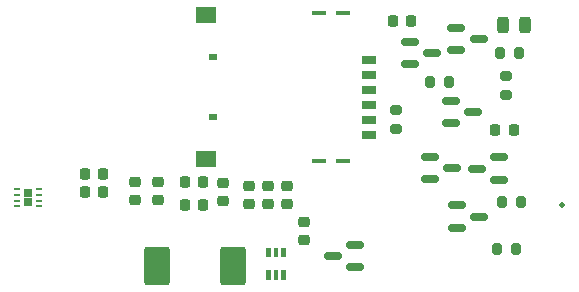
<source format=gbr>
%TF.GenerationSoftware,KiCad,Pcbnew,8.0.5*%
%TF.CreationDate,2024-10-15T10:19:28+03:00*%
%TF.ProjectId,LEXI-R422,4c455849-2d52-4343-9232-2e6b69636164,rev?*%
%TF.SameCoordinates,Original*%
%TF.FileFunction,Paste,Top*%
%TF.FilePolarity,Positive*%
%FSLAX46Y46*%
G04 Gerber Fmt 4.6, Leading zero omitted, Abs format (unit mm)*
G04 Created by KiCad (PCBNEW 8.0.5) date 2024-10-15 10:19:28*
%MOMM*%
%LPD*%
G01*
G04 APERTURE LIST*
G04 Aperture macros list*
%AMRoundRect*
0 Rectangle with rounded corners*
0 $1 Rounding radius*
0 $2 $3 $4 $5 $6 $7 $8 $9 X,Y pos of 4 corners*
0 Add a 4 corners polygon primitive as box body*
4,1,4,$2,$3,$4,$5,$6,$7,$8,$9,$2,$3,0*
0 Add four circle primitives for the rounded corners*
1,1,$1+$1,$2,$3*
1,1,$1+$1,$4,$5*
1,1,$1+$1,$6,$7*
1,1,$1+$1,$8,$9*
0 Add four rect primitives between the rounded corners*
20,1,$1+$1,$2,$3,$4,$5,0*
20,1,$1+$1,$4,$5,$6,$7,0*
20,1,$1+$1,$6,$7,$8,$9,0*
20,1,$1+$1,$8,$9,$2,$3,0*%
G04 Aperture macros list end*
%ADD10C,0.010000*%
%ADD11RoundRect,0.225000X0.250000X-0.225000X0.250000X0.225000X-0.250000X0.225000X-0.250000X-0.225000X0*%
%ADD12RoundRect,0.250001X-0.837499X-1.399999X0.837499X-1.399999X0.837499X1.399999X-0.837499X1.399999X0*%
%ADD13RoundRect,0.225000X-0.225000X-0.250000X0.225000X-0.250000X0.225000X0.250000X-0.225000X0.250000X0*%
%ADD14RoundRect,0.150000X-0.587500X-0.150000X0.587500X-0.150000X0.587500X0.150000X-0.587500X0.150000X0*%
%ADD15R,1.150000X0.650000*%
%ADD16R,1.300000X0.450000*%
%ADD17R,1.700000X1.400000*%
%ADD18R,0.800000X0.540000*%
%ADD19RoundRect,0.200000X-0.200000X-0.275000X0.200000X-0.275000X0.200000X0.275000X-0.200000X0.275000X0*%
%ADD20RoundRect,0.150000X0.587500X0.150000X-0.587500X0.150000X-0.587500X-0.150000X0.587500X-0.150000X0*%
%ADD21RoundRect,0.200000X0.200000X0.275000X-0.200000X0.275000X-0.200000X-0.275000X0.200000X-0.275000X0*%
%ADD22R,0.750000X0.650000*%
%ADD23RoundRect,0.062500X-0.187500X-0.062500X0.187500X-0.062500X0.187500X0.062500X-0.187500X0.062500X0*%
%ADD24RoundRect,0.225000X0.225000X0.250000X-0.225000X0.250000X-0.225000X-0.250000X0.225000X-0.250000X0*%
%ADD25RoundRect,0.200000X0.275000X-0.200000X0.275000X0.200000X-0.275000X0.200000X-0.275000X-0.200000X0*%
%ADD26RoundRect,0.225000X-0.250000X0.225000X-0.250000X-0.225000X0.250000X-0.225000X0.250000X0.225000X0*%
%ADD27C,0.500000*%
%ADD28RoundRect,0.243750X-0.243750X-0.456250X0.243750X-0.456250X0.243750X0.456250X-0.243750X0.456250X0*%
G04 APERTURE END LIST*
D10*
%TO.C,D1*%
X46900000Y1176111D02*
X46598454Y1176111D01*
X46598454Y1925000D01*
X46900000Y1925000D01*
X46900000Y1176111D01*
G36*
X46900000Y1176111D02*
G01*
X46598454Y1176111D01*
X46598454Y1925000D01*
X46900000Y1925000D01*
X46900000Y1176111D01*
G37*
X46900000Y-725920D02*
X46599445Y-725920D01*
X46599445Y25000D01*
X46900000Y25000D01*
X46900000Y-725920D01*
G36*
X46900000Y-725920D02*
G01*
X46599445Y-725920D01*
X46599445Y25000D01*
X46900000Y25000D01*
X46900000Y-725920D01*
G37*
X47550000Y-726250D02*
X47249858Y-726250D01*
X47249858Y25000D01*
X47550000Y25000D01*
X47550000Y-726250D01*
G36*
X47550000Y-726250D02*
G01*
X47249858Y-726250D01*
X47249858Y25000D01*
X47550000Y25000D01*
X47550000Y-726250D01*
G37*
X47550000Y1175076D02*
X47249980Y1175076D01*
X47249980Y1925000D01*
X47550000Y1925000D01*
X47550000Y1175076D01*
G36*
X47550000Y1175076D02*
G01*
X47249980Y1175076D01*
X47249980Y1925000D01*
X47550000Y1925000D01*
X47550000Y1175076D01*
G37*
X48200000Y1175043D02*
X47900037Y1175043D01*
X47900037Y1925000D01*
X48200000Y1925000D01*
X48200000Y1175043D01*
G36*
X48200000Y1175043D02*
G01*
X47900037Y1175043D01*
X47900037Y1925000D01*
X48200000Y1925000D01*
X48200000Y1175043D01*
G37*
X48200000Y-726090D02*
X47900413Y-726090D01*
X47900413Y25000D01*
X48200000Y25000D01*
X48200000Y-726090D01*
G36*
X48200000Y-726090D02*
G01*
X47900413Y-726090D01*
X47900413Y25000D01*
X48200000Y25000D01*
X48200000Y-726090D01*
G37*
%TD*%
D11*
%TO.C,C1*%
X48400000Y5625000D03*
X48400000Y7175000D03*
%TD*%
%TO.C,C2*%
X46800000Y5625000D03*
X46800000Y7175000D03*
%TD*%
%TO.C,C3*%
X45200000Y5625000D03*
X45200000Y7175000D03*
%TD*%
%TO.C,C4*%
X49850000Y2575000D03*
X49850000Y4125000D03*
%TD*%
D12*
%TO.C,C6*%
X37412500Y400000D03*
X43787500Y400000D03*
%TD*%
D11*
%TO.C,C7*%
X37500000Y5950000D03*
X37500000Y7500000D03*
%TD*%
D13*
%TO.C,C8*%
X31250000Y8174800D03*
X32800000Y8174800D03*
%TD*%
%TO.C,C9*%
X39725000Y5500000D03*
X41275000Y5500000D03*
%TD*%
%TO.C,C10*%
X31250000Y6600000D03*
X32800000Y6600000D03*
%TD*%
%TO.C,C11*%
X39725000Y7500000D03*
X41275000Y7500000D03*
%TD*%
D11*
%TO.C,C12*%
X35500000Y5950000D03*
X35500000Y7500000D03*
%TD*%
D14*
%TO.C,Q8*%
X62725000Y20550000D03*
X62725000Y18650000D03*
X64600000Y19600000D03*
%TD*%
D15*
%TO.C,J11*%
X55295000Y12745000D03*
X55295000Y15285000D03*
X55295000Y17825000D03*
X55295000Y11475000D03*
X55295000Y14015000D03*
X55295000Y16555000D03*
D16*
X53125000Y9230000D03*
X51125000Y9230000D03*
X53125000Y21770000D03*
X51125000Y21770000D03*
D17*
X41565000Y21605000D03*
X41565000Y9395000D03*
D18*
X42145000Y12960000D03*
X42145000Y18040000D03*
%TD*%
D19*
%TO.C,R6*%
X66150000Y1800000D03*
X67800000Y1800000D03*
%TD*%
D20*
%TO.C,Q5*%
X66337500Y7650000D03*
X66337500Y9550000D03*
X64462500Y8600000D03*
%TD*%
D21*
%TO.C,R7*%
X62125000Y15900000D03*
X60475000Y15900000D03*
%TD*%
D22*
%TO.C,U1*%
X26450000Y6550000D03*
X26450000Y5750000D03*
D23*
X25500000Y6900000D03*
X25500000Y6400000D03*
X25500000Y5900000D03*
X25500000Y5400000D03*
X27400000Y5400000D03*
X27400000Y5900000D03*
X27400000Y6400000D03*
X27400000Y6900000D03*
%TD*%
D24*
%TO.C,C16*%
X58875000Y21090000D03*
X57325000Y21090000D03*
%TD*%
D13*
%TO.C,C17*%
X66025000Y11880000D03*
X67575000Y11880000D03*
%TD*%
D19*
%TO.C,R8*%
X66575000Y5800000D03*
X68225000Y5800000D03*
%TD*%
D25*
%TO.C,R9*%
X57600000Y11950000D03*
X57600000Y13600000D03*
%TD*%
D14*
%TO.C,Q1*%
X58775000Y19330000D03*
X58775000Y17430000D03*
X60650000Y18380000D03*
%TD*%
D21*
%TO.C,R2*%
X68025000Y18400000D03*
X66375000Y18400000D03*
%TD*%
D14*
%TO.C,Q2*%
X62800000Y5500000D03*
X62800000Y3600000D03*
X64675000Y4550000D03*
%TD*%
%TO.C,Q6*%
X60462500Y9600000D03*
X60462500Y7700000D03*
X62337500Y8650000D03*
%TD*%
D26*
%TO.C,C15*%
X43000000Y7400000D03*
X43000000Y5850000D03*
%TD*%
D27*
%TO.C,TP1*%
X71689600Y5511800D03*
%TD*%
D28*
%TO.C,D2*%
X66662500Y20800000D03*
X68537500Y20800000D03*
%TD*%
D14*
%TO.C,Q4*%
X62262500Y14350000D03*
X62262500Y12450000D03*
X64137500Y13400000D03*
%TD*%
D25*
%TO.C,R5*%
X66910000Y14835000D03*
X66910000Y16485000D03*
%TD*%
D20*
%TO.C,Q3*%
X54137500Y250000D03*
X54137500Y2150000D03*
X52262500Y1200000D03*
%TD*%
M02*

</source>
